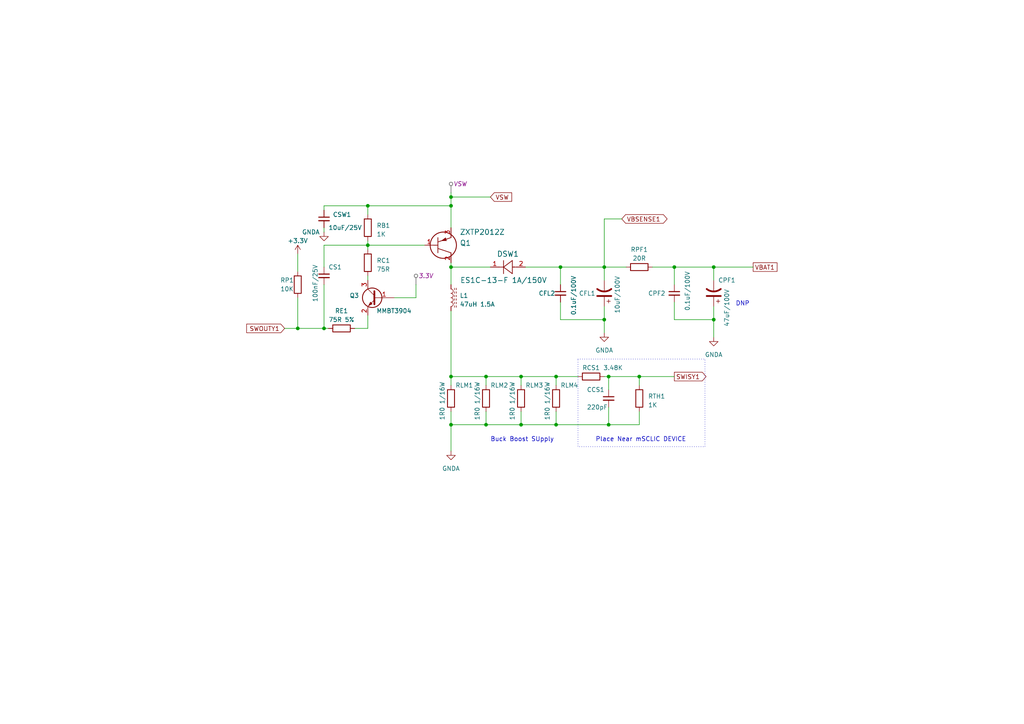
<source format=kicad_sch>
(kicad_sch (version 20230121) (generator eeschema)
  (paper "A4")
  (lib_symbols
    (symbol "Device:C_Polarized_US" (pin_numbers hide) (pin_names (offset 0.254) hide)
      (property "Reference" "C" (at 0.635 2.54 0))
      (property "Value" "C_Polarized_US" (at 0.635 -2.54 0))
      (symbol "C_Polarized_US_0_1"
        (polyline (pts (xy -2.032 0.762) (xy 2.032 0.762)) (stroke (width 0.508)))
        (polyline (pts (xy -1.778 2.286) (xy -0.762 2.286)))
        (polyline (pts (xy -1.27 1.778) (xy -1.27 2.794)))
        (arc (start 2.032 -1.27) (mid 0 -0.5572) (end -2.032 -1.27) (stroke (width 0.508)))
      )
      (symbol "C_Polarized_US_1_1"
        (pin passive line (at 0 3.81 270) (length 2.794) (name "~") (number "1"))
        (pin passive line (at 0 -3.81 90) (length 3.302) (name "~") (number "2"))
      )
    )
    (symbol "Device:C_Small" (pin_numbers hide) (pin_names (offset 0.254) hide)
      (property "Reference" "C" (at 0.254 1.778 0))
      (property "Value" "C_Small" (at 0.254 -2.032 0))
      (symbol "C_Small_0_1"
        (polyline (pts (xy -1.524 -0.508) (xy 1.524 -0.508)) (stroke (width 0.3302)))
        (polyline (pts (xy -1.524 0.508) (xy 1.524 0.508)) (stroke (width 0.3048)))
      )
      (symbol "C_Small_1_1"
        (pin passive line (at 0 2.54 270) (length 2.032) (name "~") (number "1"))
        (pin passive line (at 0 -2.54 90) (length 2.032) (name "~") (number "2"))
      )
    )
    (symbol "Device:L_Ferrite" (pin_numbers hide) (pin_names (offset 1.016) hide)
      (property "Reference" "L" (at -1.27 0 90))
      (property "Value" "L_Ferrite" (at 2.794 0 90))
      (symbol "L_Ferrite_0_1"
        (arc (start 0 -2.54) (mid 0.6323 -1.905) (end 0 -1.27))
        (arc (start 0 -1.27) (mid 0.6323 -0.635) (end 0 0))
        (polyline (pts (xy 1.016 -2.794) (xy 1.016 -2.286)))
        (polyline (pts (xy 1.016 -1.778) (xy 1.016 -1.27)))
        (polyline (pts (xy 1.016 -0.762) (xy 1.016 -0.254)))
        (polyline (pts (xy 1.016 0.254) (xy 1.016 0.762)))
        (polyline (pts (xy 1.016 1.27) (xy 1.016 1.778)))
        (polyline (pts (xy 1.016 2.286) (xy 1.016 2.794)))
        (polyline (pts (xy 1.524 -2.286) (xy 1.524 -2.794)))
        (polyline (pts (xy 1.524 -1.27) (xy 1.524 -1.778)))
        (polyline (pts (xy 1.524 -0.254) (xy 1.524 -0.762)))
        (polyline (pts (xy 1.524 0.762) (xy 1.524 0.254)))
        (polyline (pts (xy 1.524 1.778) (xy 1.524 1.27)))
        (polyline (pts (xy 1.524 2.794) (xy 1.524 2.286)))
        (arc (start 0 0) (mid 0.6323 0.635) (end 0 1.27))
        (arc (start 0 1.27) (mid 0.6323 1.905) (end 0 2.54))
      )
      (symbol "L_Ferrite_1_1"
        (pin passive line (at 0 3.81 270) (length 1.27) (name "1") (number "1"))
        (pin passive line (at 0 -3.81 90) (length 1.27) (name "2") (number "2"))
      )
    )
    (symbol "Device:R" (pin_numbers hide) (pin_names (offset 0))
      (property "Reference" "R" (at 2.032 0 90))
      (property "Value" "R" (at 0 0 90))
      (symbol "R_0_1"
        (rectangle (start -1.016 -2.54) (end 1.016 2.54) (stroke (width 0.254)))
      )
      (symbol "R_1_1"
        (pin passive line (at 0 3.81 270) (length 1.27) (name "~") (number "1"))
        (pin passive line (at 0 -3.81 90) (length 1.27) (name "~") (number "2"))
      )
    )
    (symbol "Transistor_BJT:MMBT3904" (pin_names (offset 0) hide)
      (property "Reference" "Q" (at 5.08 1.905 0))
      (property "Value" "MMBT3904" (at 5.08 0 0))
      (symbol "MMBT3904_0_1"
        (polyline (pts (xy 0.635 0.635) (xy 2.54 2.54)))
        (polyline (pts (xy 0.635 -0.635) (xy 2.54 -2.54) (xy 2.54 -2.54)))
        (polyline (pts (xy 0.635 1.905) (xy 0.635 -1.905) (xy 0.635 -1.905)) (stroke (width 0.508)))
        (polyline (pts (xy 1.27 -1.778) (xy 1.778 -1.27) (xy 2.286 -2.286) (xy 1.27 -1.778) (xy 1.27 -1.778)) (fill (type outline)))
        (circle (center 1.27 0) (radius 2.8194) (stroke (width 0.254)))
      )
      (symbol "MMBT3904_1_1"
        (pin input line (at -5.08 0 0) (length 5.715) (name "B") (number "1"))
        (pin passive line (at 2.54 -5.08 90) (length 2.54) (name "E") (number "2"))
        (pin passive line (at 2.54 5.08 270) (length 2.54) (name "C") (number "3"))
      )
    )
    (symbol "power:+3.3V" (power) (pin_names (offset 0))
      (property "Value" "+3.3V" (at 0 3.556 0))
      (symbol "+3.3V_0_1"
        (polyline (pts (xy -0.762 1.27) (xy 0 2.54)))
        (polyline (pts (xy 0 0) (xy 0 2.54)))
        (polyline (pts (xy 0 2.54) (xy 0.762 1.27)))
      )
      (symbol "+3.3V_1_1"
        (pin power_in line (at 0 0 90) (length 0) hide (name "+3.3V") (number "1"))
      )
    )
    (symbol "power:GNDA" (power) (pin_names (offset 0))
      (property "Value" "GNDA" (at 0 -3.81 0))
      (symbol "GNDA_0_1"
        (polyline (pts (xy 0 0) (xy 0 -1.27) (xy 1.27 -1.27) (xy 0 -2.54) (xy -1.27 -1.27) (xy 0 -1.27)))
      )
      (symbol "GNDA_1_1"
        (pin power_in line (at 0 0 270) (length 0) hide (name "GNDA") (number "1"))
      )
    )
    (symbol "teluino2:ES1C-13-F" (pin_names (offset 0.254))
      (property "Reference" "CR" (at 5.08 4.445 0))
      (property "Value" "ES1C-13-F" (at 5.08 -3.81 0))
      (symbol "ES1C-13-F_1_1"
        (polyline (pts (xy 2.54 0) (xy 3.4798 0)) (stroke (width 0.2032)))
        (polyline (pts (xy 3.175 0) (xy 3.81 0)) (stroke (width 0.2032)))
        (polyline (pts (xy 3.81 -1.905) (xy 6.35 0)) (stroke (width 0.2032)))
        (polyline (pts (xy 3.81 1.905) (xy 3.81 -1.905)) (stroke (width 0.2032)))
        (polyline (pts (xy 6.35 -1.905) (xy 6.35 1.905)) (stroke (width 0.2032)))
        (polyline (pts (xy 6.35 0) (xy 3.81 1.905)) (stroke (width 0.2032)))
        (polyline (pts (xy 6.35 0) (xy 7.62 0)) (stroke (width 0.2032)))
        (pin unspecified line (at 10.16 0 180) (length 2.54) (name "") (number "1"))
        (pin unspecified line (at 0 0 0) (length 2.54) (name "") (number "2"))
      )
      (symbol "ES1C-13-F_1_2"
        (polyline (pts (xy -1.905 3.81) (xy 1.905 3.81)) (stroke (width 0.2032)))
        (polyline (pts (xy 0 2.54) (xy 0 3.4798)) (stroke (width 0.2032)))
        (polyline (pts (xy 0 3.175) (xy 0 3.81)) (stroke (width 0.2032)))
        (polyline (pts (xy 0 6.35) (xy -1.905 3.81)) (stroke (width 0.2032)))
        (polyline (pts (xy 0 6.35) (xy 0 7.62)) (stroke (width 0.2032)))
        (polyline (pts (xy 1.905 3.81) (xy 0 6.35)) (stroke (width 0.2032)))
        (polyline (pts (xy 1.905 6.35) (xy -1.905 6.35)) (stroke (width 0.2032)))
        (pin unspecified line (at 0 10.16 270) (length 2.54) (name "") (number "1"))
        (pin unspecified line (at 0 0 90) (length 2.54) (name "") (number "2"))
      )
    )
    (symbol "teluino:ZXTP2012Z" (pin_names (offset 0.254))
      (property "Reference" "Q" (at 10.16 2.54 0))
      (property "Value" "ZXTP2012Z" (at 10.16 -2.54 0))
      (symbol "ZXTP2012Z_0_1"
        (polyline (pts (xy 2.54 0) (xy 3.81 0)) (stroke (width 0.2032)))
        (polyline (pts (xy 3.81 -2.2098) (xy 3.81 2.2098)) (stroke (width 0.2032)))
        (polyline (pts (xy 3.81 -0.9398) (xy 7.62 -2.2098)) (stroke (width 0.2032)))
        (polyline (pts (xy 3.81 0.9398) (xy 7.62 2.2098)) (stroke (width 0.2032)))
        (polyline (pts (xy 7.62 -2.54) (xy 7.62 -2.2098)) (stroke (width 0.2032)))
        (polyline (pts (xy 7.62 2.2098) (xy 7.62 2.54)) (stroke (width 0.2032)))
        (polyline (pts (xy 6.0198 -2.2098) (xy 6.35 -1.27) (xy 4.7498 -1.27)) (stroke (width 0.0254)) (fill (type outline)))
        (circle (center 5.3848 0) (radius 3.81) (stroke (width 0.254)))
        (pin unspecified line (at 0 0 0) (length 2.54) (name "") (number "1"))
        (pin unspecified line (at 7.62 5.08 270) (length 2.54) (name "") (number "2"))
        (pin unspecified line (at 7.62 -5.08 90) (length 2.54) (name "") (number "3"))
      )
    )
  )
  (junction (at 140.97 109.22))
  (junction (at 162.56 77.47))
  (junction (at 86.36 95.25))
  (junction (at 175.26 92.71))
  (junction (at 130.81 123.19))
  (junction (at 161.29 123.19))
  (junction (at 161.29 109.22))
  (junction (at 130.81 109.22))
  (junction (at 207.01 77.47))
  (junction (at 195.58 77.47))
  (junction (at 176.53 123.19))
  (junction (at 207.01 92.71))
  (junction (at 106.68 71.12))
  (junction (at 130.81 59.69))
  (junction (at 185.42 109.22))
  (junction (at 140.97 123.19))
  (junction (at 130.81 57.15))
  (junction (at 176.53 109.22))
  (junction (at 151.13 123.19))
  (junction (at 175.26 77.47))
  (junction (at 93.98 95.25))
  (junction (at 151.13 109.22))
  (junction (at 106.68 59.69))
  (junction (at 130.81 77.47))
  (wire (pts (xy 86.36 86.36) (xy 86.36 95.25)))
  (wire (pts (xy 140.97 111.76) (xy 140.97 109.22)))
  (wire (pts (xy 185.42 109.22) (xy 195.58 109.22)))
  (wire (pts (xy 130.81 123.19) (xy 140.97 123.19)))
  (wire (pts (xy 130.81 90.17) (xy 130.81 109.22)))
  (wire (pts (xy 130.81 55.88) (xy 130.81 57.15)))
  (wire (pts (xy 195.58 92.71) (xy 207.01 92.71)))
  (wire (pts (xy 161.29 123.19) (xy 176.53 123.19)))
  (wire (pts (xy 175.26 92.71) (xy 175.26 96.52)))
  (wire (pts (xy 93.98 66.04) (xy 93.98 67.31)))
  (wire (pts (xy 106.68 72.39) (xy 106.68 71.12)))
  (wire (pts (xy 140.97 123.19) (xy 151.13 123.19)))
  (wire (pts (xy 106.68 71.12) (xy 123.19 71.12)))
  (wire (pts (xy 189.23 77.47) (xy 195.58 77.47)))
  (wire (pts (xy 130.81 109.22) (xy 140.97 109.22)))
  (wire (pts (xy 140.97 109.22) (xy 151.13 109.22)))
  (wire (pts (xy 151.13 111.76) (xy 151.13 109.22)))
  (wire (pts (xy 93.98 59.69) (xy 106.68 59.69)))
  (wire (pts (xy 161.29 119.38) (xy 161.29 123.19)))
  (wire (pts (xy 161.29 111.76) (xy 161.29 109.22)))
  (wire (pts (xy 162.56 92.71) (xy 175.26 92.71)))
  (wire (pts (xy 95.25 95.25) (xy 93.98 95.25)))
  (wire (pts (xy 175.26 77.47) (xy 181.61 77.47)))
  (wire (pts (xy 185.42 123.19) (xy 176.53 123.19)))
  (wire (pts (xy 162.56 77.47) (xy 175.26 77.47)))
  (wire (pts (xy 207.01 88.9) (xy 207.01 92.71)))
  (wire (pts (xy 185.42 109.22) (xy 176.53 109.22)))
  (wire (pts (xy 207.01 92.71) (xy 207.01 97.79)))
  (wire (pts (xy 130.81 57.15) (xy 130.81 59.69)))
  (wire (pts (xy 93.98 71.12) (xy 106.68 71.12)))
  (wire (pts (xy 151.13 109.22) (xy 161.29 109.22)))
  (wire (pts (xy 161.29 109.22) (xy 167.64 109.22)))
  (wire (pts (xy 175.26 109.22) (xy 176.53 109.22)))
  (wire (pts (xy 162.56 87.63) (xy 162.56 92.71)))
  (wire (pts (xy 93.98 60.96) (xy 93.98 59.69)))
  (wire (pts (xy 195.58 77.47) (xy 195.58 82.55)))
  (wire (pts (xy 106.68 69.85) (xy 106.68 71.12)))
  (wire (pts (xy 130.81 119.38) (xy 130.81 123.19)))
  (wire (pts (xy 93.98 95.25) (xy 93.98 82.55)))
  (wire (pts (xy 180.34 63.5) (xy 175.26 63.5)))
  (wire (pts (xy 86.36 95.25) (xy 93.98 95.25)))
  (wire (pts (xy 120.65 82.55) (xy 120.65 86.36)))
  (wire (pts (xy 86.36 73.66) (xy 86.36 78.74)))
  (wire (pts (xy 130.81 59.69) (xy 130.81 66.04)))
  (wire (pts (xy 185.42 119.38) (xy 185.42 123.19)))
  (wire (pts (xy 130.81 77.47) (xy 130.81 82.55)))
  (wire (pts (xy 106.68 59.69) (xy 106.68 62.23)))
  (wire (pts (xy 176.53 109.22) (xy 176.53 113.03)))
  (wire (pts (xy 130.81 123.19) (xy 130.81 130.81)))
  (wire (pts (xy 176.53 118.11) (xy 176.53 123.19)))
  (wire (pts (xy 207.01 77.47) (xy 207.01 81.28)))
  (wire (pts (xy 207.01 77.47) (xy 218.44 77.47)))
  (wire (pts (xy 140.97 119.38) (xy 140.97 123.19)))
  (wire (pts (xy 185.42 111.76) (xy 185.42 109.22)))
  (wire (pts (xy 151.13 123.19) (xy 161.29 123.19)))
  (wire (pts (xy 175.26 63.5) (xy 175.26 77.47)))
  (wire (pts (xy 130.81 76.2) (xy 130.81 77.47)))
  (wire (pts (xy 130.81 77.47) (xy 142.24 77.47)))
  (wire (pts (xy 106.68 59.69) (xy 130.81 59.69)))
  (wire (pts (xy 82.55 95.25) (xy 86.36 95.25)))
  (wire (pts (xy 195.58 87.63) (xy 195.58 92.71)))
  (wire (pts (xy 106.68 95.25) (xy 102.87 95.25)))
  (wire (pts (xy 162.56 77.47) (xy 152.4 77.47)))
  (wire (pts (xy 130.81 109.22) (xy 130.81 111.76)))
  (wire (pts (xy 162.56 77.47) (xy 162.56 82.55)))
  (wire (pts (xy 175.26 77.47) (xy 175.26 81.28)))
  (wire (pts (xy 93.98 77.47) (xy 93.98 71.12)))
  (wire (pts (xy 106.68 91.44) (xy 106.68 95.25)))
  (wire (pts (xy 151.13 119.38) (xy 151.13 123.19)))
  (wire (pts (xy 114.3 86.36) (xy 120.65 86.36)))
  (wire (pts (xy 130.81 57.15) (xy 142.24 57.15)))
  (wire (pts (xy 195.58 77.47) (xy 207.01 77.47)))
  (wire (pts (xy 175.26 88.9) (xy 175.26 92.71)))
  (wire (pts (xy 106.68 80.01) (xy 106.68 81.28)))
  (rectangle (start 167.64 104.14) (end 204.47 129.54) (stroke (width 0) (type dot)))
  (text "DNP" (at 213.36 88.9 0) (effects (font (size 1.27 1.27)) (justify left bottom)))
  (text "Buck Boost SUpply" (at 142.24 128.27 0) (effects (font (size 1.27 1.27)) (justify left bottom)))
  (text "Place Near mSCLIC DEVICE" (at 172.72 128.27 0) (effects (font (size 1.27 1.27)) (justify left bottom)))
  (global_label "VBAT1" (shape passive) (at 218.44 77.47 0) (property "Intersheetrefs" "${INTERSHEET_REFS}" (effects hide)))
  (global_label "VSW" (shape input) (at 142.24 57.15 0) (property "Intersheetrefs" "${INTERSHEET_REFS}" (effects hide)))
  (global_label "VBSENSE1" (shape bidirectional) (at 180.34 63.5 0) (property "Intersheetrefs" "${INTERSHEET_REFS}" (effects hide)))
  (global_label "SWISY1" (shape output) (at 195.58 109.22 0) (property "Intersheetrefs" "${INTERSHEET_REFS}" (effects hide)))
  (global_label "SWOUTY1" (shape input) (at 82.55 95.25 180) (property "Intersheetrefs" "${INTERSHEET_REFS}" (effects hide)))
  (netclass_flag "" (length 2.54) (shape round) (at 130.81 55.88 0) (property "Netclass" "VSW" (at 131.5085 53.34 0) (effects (font italic) (justify left))))
  (netclass_flag "" (length 2.54) (shape round) (at 120.65 82.55 0) (property "Netclass" "3.3V" (at 121.3485 80.01 0) (effects (font italic) (justify left))))
  (symbol (lib_id "Device:L_Ferrite") (at 130.81 86.36 0) (unit 1)
    (property "Reference" "L1" (at 133.35 85.725 0) (effects (justify left)))
    (property "Value" "47uH 1.5A" (at 133.35 88.265 0) (effects (justify left)))
    (property "Footprint" "Inductor_SMD:L_10.4x10.4_H4.8" (effects hide))
    (instances (project "telluino" (path "" (reference "L1") (unit 1)) (path "" (reference "L2") (unit 1))))
  )
  (symbol (lib_id "teluino:ZXTP2012Z") (at 123.19 71.12 0) (mirror x) (unit 1)
    (property "Reference" "Q1" (at 133.35 70.485 0) (effects (font (size 1.524 1.524)) (justify left)))
    (property "Value" "ZXTP2012Z" (at 133.35 67.31 0) (effects (font (size 1.524 1.524)) (justify left)))
    (property "Footprint" "teluino:SOT-89-3_4P5X2P6_DIO" (effects hide))
    (property "Datasheet" "ZXTP2012Z" (effects hide))
    (instances (project "telluino" (path "" (reference "Q1") (unit 1)) (path "" (reference "Q4") (unit 1))))
  )
  (symbol (lib_id "Transistor_BJT:MMBT3904") (at 109.22 86.36 0) (mirror y) (unit 1)
    (property "Reference" "Q3" (at 104.14 85.725 0) (effects (justify left)))
    (property "Value" "MMBT3904" (at 119.38 90.17 0) (effects (justify left)))
    (property "Footprint" "Package_TO_SOT_SMD:SOT-23" (effects hide))
    (property "Datasheet" "https://www.onsemi.com/pub/Collateral/2N3903-D.PDF" (effects hide))
    (instances (project "telluino" (path "" (reference "Q3") (unit 1)) (path "" (reference "Q2") (unit 1))))
  )
  (symbol (lib_id "Device:R") (at 106.68 66.04 0) (unit 1)
    (property "Reference" "RB1" (at 109.22 65.405 0) (effects (justify left)))
    (property "Value" "1K" (at 109.22 67.945 0) (effects (justify left)))
    (property "Footprint" "Resistor_SMD:R_01005_0402Metric" (effects hide))
    (instances (project "telluino" (path "" (reference "RB1") (unit 1)) (path "" (reference "RB2") (unit 1))))
  )
  (symbol (lib_id "Device:C_Small") (at 162.56 85.09 0) (unit 1)
    (property "Reference" "CFL2" (at 156.21 85.09 0) (effects (justify left)))
    (property "Value" "0.1uF/100V" (at 166.37 91.44 90) (effects (justify left)))
    (property "Footprint" "Capacitor_SMD:C_0201_0603Metric" (effects hide))
    (instances (project "telluino" (path "" (reference "CFL2") (unit 1)) (path "" (reference "CFL3") (unit 1))))
  )
  (symbol (lib_id "Device:R") (at 185.42 115.57 0) (unit 1)
    (property "Reference" "RTH1" (at 187.96 114.935 0) (effects (justify left)))
    (property "Value" "1K" (at 187.96 117.475 0) (effects (justify left)))
    (property "Footprint" "Resistor_SMD:R_01005_0402Metric" (effects hide))
    (instances (project "telluino" (path "" (reference "RTH1") (unit 1)) (path "" (reference "RTH2") (unit 1))))
  )
  (symbol (lib_id "power:+3.3V") (at 86.36 73.66 0) (unit 1)
    (property "Reference" "#PWR019" (effects hide))
    (property "Value" "+3.3V" (at 86.36 69.85 0))
  )
  (symbol (lib_id "Device:R") (at 171.45 109.22 90) (unit 1)
    (property "Reference" "RCS1" (at 171.45 106.68 90))
    (property "Value" "3.48K" (at 177.8 106.68 90))
    (property "Footprint" "Resistor_SMD:R_0603_1608Metric" (effects hide))
    (instances (project "telluino" (path "" (reference "RCS1") (unit 1)) (path "" (reference "RCS2") (unit 1))))
  )
  (symbol (lib_id "Device:R") (at 140.97 115.57 0) (unit 1)
    (property "Reference" "RLM2" (at 142.24 111.76 0) (effects (justify left)))
    (property "Value" "1R0 1/16W" (at 138.43 121.92 90) (effects (justify left)))
    (property "Footprint" "Resistor_SMD:R_01005_0402Metric" (effects hide))
    (instances (project "telluino" (path "" (reference "RLM2") (unit 1)) (path "" (reference "RLM6") (unit 1))))
  )
  (symbol (lib_id "power:GNDA") (at 130.81 130.81 0) (unit 1)
    (property "Reference" "#PWR07" (effects hide))
    (property "Value" "GNDA" (at 130.81 135.89 0))
    (instances (project "telluino" (path "" (reference "#PWR07") (unit 1)) (path "" (reference "#PWR016") (unit 1))))
  )
  (symbol (lib_id "Device:C_Small") (at 195.58 85.09 0) (unit 1)
    (property "Reference" "CPF2" (at 187.96 85.09 0) (effects (justify left)))
    (property "Value" "0.1uF/100V" (at 199.39 90.17 90) (effects (justify left)))
    (property "Footprint" "Capacitor_SMD:C_0603_1608Metric" (effects hide))
    (instances (project "telluino" (path "" (reference "CPF2") (unit 1)) (path "" (reference "CPF3") (unit 1))))
  )
  (symbol (lib_id "power:GNDA") (at 175.26 96.52 0) (unit 1)
    (property "Reference" "#PWR08" (effects hide))
    (property "Value" "GNDA" (at 175.26 101.6 0))
    (instances (project "telluino" (path "" (reference "#PWR08") (unit 1)) (path "" (reference "#PWR017") (unit 1))))
  )
  (symbol (lib_id "Device:R") (at 151.13 115.57 0) (unit 1)
    (property "Reference" "RLM3" (at 152.4 111.76 0) (effects (justify left)))
    (property "Value" "1R0 1/16W" (at 148.59 121.92 90) (effects (justify left)))
    (property "Footprint" "Resistor_SMD:R_01005_0402Metric" (effects hide))
    (instances (project "telluino" (path "" (reference "RLM3") (unit 1)) (path "" (reference "RLM7") (unit 1))))
  )
  (symbol (lib_id "Device:C_Polarized_US") (at 207.01 85.09 180) (unit 1)
    (property "Reference" "CPF1" (at 213.36 81.28 0) (effects (justify left)))
    (property "Value" "47uF/100V" (at 210.82 83.82 90) (effects (justify left)))
    (property "Footprint" "Capacitor_THT:CP_Radial_D10.0mm_P2.50mm" (effects hide))
    (instances (project "telluino" (path "" (reference "CPF1") (unit 1)) (path "" (reference "CPF4") (unit 1))))
  )
  (symbol (lib_id "Device:R") (at 185.42 77.47 90) (unit 1)
    (property "Reference" "RPF1" (at 185.42 72.39 90))
    (property "Value" "20R" (at 185.42 74.93 90))
    (property "Footprint" "Resistor_SMD:R_1206_3216Metric" (effects hide))
    (instances (project "telluino" (path "" (reference "RPF1") (unit 1)) (path "" (reference "RPF2") (unit 1))))
  )
  (symbol (lib_id "Device:R") (at 99.06 95.25 90) (unit 1)
    (property "Reference" "RE1" (at 99.06 90.17 90))
    (property "Value" "75R 5%" (at 99.06 92.71 90))
    (property "Footprint" "Resistor_SMD:R_0603_1608Metric" (effects hide))
    (instances (project "telluino" (path "" (reference "RE1") (unit 1)) (path "" (reference "RE2") (unit 1))))
  )
  (symbol (lib_id "Device:C_Small") (at 93.98 63.5 0) (unit 1)
    (property "Reference" "CSW1" (at 96.52 62.23 0) (effects (justify left)))
    (property "Value" "10uF/25V" (at 95.25 66.04 0) (effects (justify left)))
    (property "Footprint" "Capacitor_SMD:C_0805_2012Metric" (effects hide))
    (instances (project "telluino" (path "" (reference "CSW1") (unit 1)) (path "" (reference "CSW2") (unit 1))))
  )
  (symbol (lib_id "Device:C_Small") (at 176.53 115.57 0) (unit 1)
    (property "Reference" "CCS1" (at 170.18 113.03 0) (effects (justify left)))
    (property "Value" "220pF" (at 170.18 118.11 0) (effects (justify left)))
    (property "Footprint" "Capacitor_SMD:C_0805_2012Metric" (effects hide))
    (instances (project "telluino" (path "" (reference "CCS1") (unit 1)) (path "" (reference "CCS2") (unit 1))))
  )
  (symbol (lib_id "Device:R") (at 161.29 115.57 0) (unit 1)
    (property "Reference" "RLM4" (at 162.56 111.76 0) (effects (justify left)))
    (property "Value" "1R0 1/16W" (at 158.75 121.92 90) (effects (justify left)))
    (property "Footprint" "Resistor_SMD:R_01005_0402Metric" (effects hide))
    (instances (project "telluino" (path "" (reference "RLM4") (unit 1)) (path "" (reference "RLM8") (unit 1))))
  )
  (symbol (lib_id "Device:R") (at 106.68 76.2 0) (unit 1)
    (property "Reference" "RC1" (at 109.22 75.565 0) (effects (justify left)))
    (property "Value" "75R" (at 109.22 78.105 0) (effects (justify left)))
    (property "Footprint" "Resistor_SMD:R_0603_1608Metric" (effects hide))
    (instances (project "telluino" (path "" (reference "RC1") (unit 1)) (path "" (reference "RC2") (unit 1))))
  )
  (symbol (lib_id "teluino2:ES1C-13-F") (at 152.4 77.47 180) (unit 1)
    (property "Reference" "DSW1" (at 147.32 73.66 0) (effects (font (size 1.524 1.524))))
    (property "Value" "ES1C-13-F 1A/150V" (at 146.05 81.28 0) (effects (font (size 1.524 1.524))))
    (property "Footprint" "SMA_DIO" (effects hide))
    (property "Datasheet" "ES1C-13-F" (effects hide))
    (instances (project "telluino" (path "" (reference "DSW1") (unit 1)) (path "" (reference "DSW2") (unit 1))))
  )
  (symbol (lib_id "power:GNDA") (at 93.98 67.31 0) (unit 1)
    (property "Reference" "#PWR04" (effects hide))
    (property "Value" "GNDA" (at 90.17 67.31 0))
    (instances (project "telluino" (path "" (reference "#PWR04") (unit 1)) (path "" (reference "#PWR015") (unit 1))))
  )
  (symbol (lib_id "Device:C_Small") (at 93.98 80.01 0) (unit 1)
    (property "Reference" "CS1" (at 95.25 77.47 0) (effects (justify left)))
    (property "Value" "100nF/25V" (at 91.44 87.63 90) (effects (justify left)))
    (property "Footprint" "Capacitor_SMD:C_0402_1005Metric" (effects hide))
    (instances (project "telluino" (path "" (reference "CS1") (unit 1)) (path "" (reference "CS2") (unit 1))))
  )
  (symbol (lib_id "Device:R") (at 130.81 115.57 0) (unit 1)
    (property "Reference" "RLM1" (at 132.08 111.76 0) (effects (justify left)))
    (property "Value" "1R0 1/16W" (at 128.27 121.92 90) (effects (justify left)))
    (property "Footprint" "Resistor_SMD:R_01005_0402Metric" (effects hide))
    (instances (project "telluino" (path "" (reference "RLM1") (unit 1)) (path "" (reference "RLM5") (unit 1))))
  )
  (symbol (lib_id "power:GNDA") (at 207.01 97.79 0) (unit 1)
    (property "Reference" "#PWR010" (effects hide))
    (property "Value" "GNDA" (at 207.01 102.87 0))
    (instances (project "telluino" (path "" (reference "#PWR010") (unit 1)) (path "" (reference "#PWR018") (unit 1))))
  )
  (symbol (lib_id "Device:R") (at 86.36 82.55 0) (unit 1)
    (property "Reference" "RP1" (at 81.28 81.28 0) (effects (justify left)))
    (property "Value" "10K" (at 81.28 83.82 0) (effects (justify left)))
    (property "Footprint" "Resistor_SMD:R_01005_0402Metric" (effects hide))
    (instances (project "telluino" (path "" (reference "RP1") (unit 1)) (path "" (reference "RP2") (unit 1))))
  )
  (symbol (lib_id "Device:C_Polarized_US") (at 175.26 85.09 180) (unit 1)
    (property "Reference" "CFL1" (at 172.72 85.09 0) (effects (justify left)))
    (property "Value" "10uF/100V" (at 179.07 80.01 90) (effects (justify left)))
    (property "Footprint" "Capacitor_THT:CP_Radial_D10.0mm_P2.50mm" (effects hide))
    (instances (project "telluino" (path "" (reference "CFL1") (unit 1)) (path "" (reference "CFL4") (unit 1))))
  )
)
</source>
